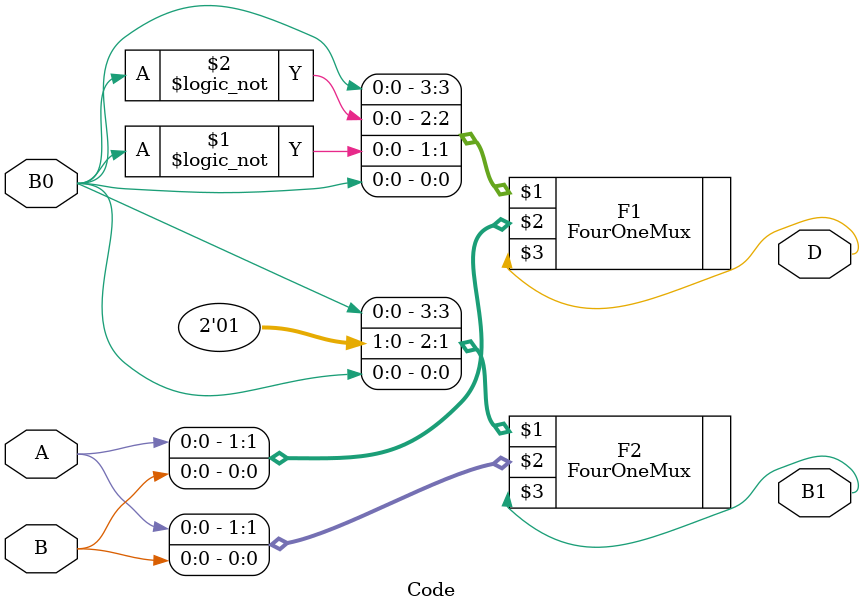
<source format=v>
`include "../fourOneMUX/fourOne.v"


module Code (
    input  A,
    input  B,
    input  B0,
    output D,
    output B1
);
  FourOneMux F1 (
      {B0, !B0, !B0, B0},
      {A, B},
      D
  );
  FourOneMux F2 (
      {B0, 1'b0, 1'b1, B0},
      {A, B},
      B1
  );


endmodule

</source>
